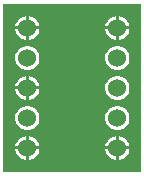
<source format=gbl>
G04*
G04 #@! TF.GenerationSoftware,Altium Limited,Altium Designer,22.9.1 (49)*
G04*
G04 Layer_Physical_Order=2*
G04 Layer_Color=16711680*
%FSLAX44Y44*%
%MOMM*%
G71*
G04*
G04 #@! TF.SameCoordinates,4D2C501F-B6D0-499F-BBB1-D8B4D61A6739*
G04*
G04*
G04 #@! TF.FilePolarity,Positive*
G04*
G01*
G75*
%ADD22C,1.5240*%
%ADD23C,0.6350*%
G36*
X121820Y5179D02*
X5179D01*
Y147220D01*
X121820D01*
Y5179D01*
D02*
G37*
%LPC*%
G36*
X102938Y137160D02*
X102870D01*
Y128270D01*
X111760D01*
Y128338D01*
X111068Y130922D01*
X109730Y133238D01*
X107838Y135130D01*
X105522Y136468D01*
X102938Y137160D01*
D02*
G37*
G36*
X26738D02*
X26670D01*
Y128270D01*
X35560D01*
Y128338D01*
X34868Y130922D01*
X33530Y133238D01*
X31638Y135130D01*
X29322Y136468D01*
X26738Y137160D01*
D02*
G37*
G36*
X100330D02*
X100262D01*
X97678Y136468D01*
X95362Y135130D01*
X93470Y133238D01*
X92132Y130922D01*
X91440Y128338D01*
Y128270D01*
X100330D01*
Y137160D01*
D02*
G37*
G36*
X24130D02*
X24062D01*
X21478Y136468D01*
X19162Y135130D01*
X17270Y133238D01*
X15932Y130922D01*
X15240Y128338D01*
Y128270D01*
X24130D01*
Y137160D01*
D02*
G37*
G36*
X111760Y125730D02*
X102870D01*
Y116840D01*
X102938D01*
X105522Y117532D01*
X107838Y118870D01*
X109730Y120762D01*
X111068Y123078D01*
X111760Y125662D01*
Y125730D01*
D02*
G37*
G36*
X100330D02*
X91440D01*
Y125662D01*
X92132Y123078D01*
X93470Y120762D01*
X95362Y118870D01*
X97678Y117532D01*
X100262Y116840D01*
X100330D01*
Y125730D01*
D02*
G37*
G36*
X35560D02*
X26670D01*
Y116840D01*
X26738D01*
X29322Y117532D01*
X31638Y118870D01*
X33530Y120762D01*
X34868Y123078D01*
X35560Y125662D01*
Y125730D01*
D02*
G37*
G36*
X24130D02*
X15240D01*
Y125662D01*
X15932Y123078D01*
X17270Y120762D01*
X19162Y118870D01*
X21478Y117532D01*
X24062Y116840D01*
X24130D01*
Y125730D01*
D02*
G37*
G36*
X102938Y111760D02*
X100262D01*
X97678Y111068D01*
X95362Y109730D01*
X93470Y107838D01*
X92132Y105522D01*
X91440Y102938D01*
Y100262D01*
X92132Y97678D01*
X93470Y95362D01*
X95362Y93470D01*
X97678Y92132D01*
X100262Y91440D01*
X102938D01*
X105522Y92132D01*
X107838Y93470D01*
X109730Y95362D01*
X111068Y97678D01*
X111760Y100262D01*
Y102938D01*
X111068Y105522D01*
X109730Y107838D01*
X107838Y109730D01*
X105522Y111068D01*
X102938Y111760D01*
D02*
G37*
G36*
X26738D02*
X24062D01*
X21478Y111068D01*
X19162Y109730D01*
X17270Y107838D01*
X15932Y105522D01*
X15240Y102938D01*
Y100262D01*
X15932Y97678D01*
X17270Y95362D01*
X19162Y93470D01*
X21478Y92132D01*
X24062Y91440D01*
X26738D01*
X29322Y92132D01*
X31638Y93470D01*
X33530Y95362D01*
X34868Y97678D01*
X35560Y100262D01*
Y102938D01*
X34868Y105522D01*
X33530Y107838D01*
X31638Y109730D01*
X29322Y111068D01*
X26738Y111760D01*
D02*
G37*
G36*
Y86360D02*
X26670D01*
Y77470D01*
X35560D01*
Y77538D01*
X34868Y80122D01*
X33530Y82438D01*
X31638Y84330D01*
X29322Y85668D01*
X26738Y86360D01*
D02*
G37*
G36*
X24130D02*
X24062D01*
X21478Y85668D01*
X19162Y84330D01*
X17270Y82438D01*
X15932Y80122D01*
X15240Y77538D01*
Y77470D01*
X24130D01*
Y86360D01*
D02*
G37*
G36*
X102938D02*
X100262D01*
X97678Y85668D01*
X95362Y84330D01*
X93470Y82438D01*
X92132Y80122D01*
X91440Y77538D01*
Y74862D01*
X92132Y72278D01*
X93470Y69962D01*
X95362Y68070D01*
X97678Y66732D01*
X100262Y66040D01*
X102938D01*
X105522Y66732D01*
X107838Y68070D01*
X109730Y69962D01*
X111068Y72278D01*
X111760Y74862D01*
Y77538D01*
X111068Y80122D01*
X109730Y82438D01*
X107838Y84330D01*
X105522Y85668D01*
X102938Y86360D01*
D02*
G37*
G36*
X35560Y74930D02*
X26670D01*
Y66040D01*
X26738D01*
X29322Y66732D01*
X31638Y68070D01*
X33530Y69962D01*
X34868Y72278D01*
X35560Y74862D01*
Y74930D01*
D02*
G37*
G36*
X24130D02*
X15240D01*
Y74862D01*
X15932Y72278D01*
X17270Y69962D01*
X19162Y68070D01*
X21478Y66732D01*
X24062Y66040D01*
X24130D01*
Y74930D01*
D02*
G37*
G36*
X102938Y60960D02*
X100262D01*
X97678Y60268D01*
X95362Y58930D01*
X93470Y57038D01*
X92132Y54722D01*
X91440Y52138D01*
Y49462D01*
X92132Y46878D01*
X93470Y44562D01*
X95362Y42670D01*
X97678Y41332D01*
X100262Y40640D01*
X102938D01*
X105522Y41332D01*
X107838Y42670D01*
X109730Y44562D01*
X111068Y46878D01*
X111760Y49462D01*
Y52138D01*
X111068Y54722D01*
X109730Y57038D01*
X107838Y58930D01*
X105522Y60268D01*
X102938Y60960D01*
D02*
G37*
G36*
X26738D02*
X24062D01*
X21478Y60268D01*
X19162Y58930D01*
X17270Y57038D01*
X15932Y54722D01*
X15240Y52138D01*
Y49462D01*
X15932Y46878D01*
X17270Y44562D01*
X19162Y42670D01*
X21478Y41332D01*
X24062Y40640D01*
X26738D01*
X29322Y41332D01*
X31638Y42670D01*
X33530Y44562D01*
X34868Y46878D01*
X35560Y49462D01*
Y52138D01*
X34868Y54722D01*
X33530Y57038D01*
X31638Y58930D01*
X29322Y60268D01*
X26738Y60960D01*
D02*
G37*
G36*
X102938Y35560D02*
X102870D01*
Y26670D01*
X111760D01*
Y26738D01*
X111068Y29322D01*
X109730Y31638D01*
X107838Y33530D01*
X105522Y34868D01*
X102938Y35560D01*
D02*
G37*
G36*
X26738D02*
X26670D01*
Y26670D01*
X35560D01*
Y26738D01*
X34868Y29322D01*
X33530Y31638D01*
X31638Y33530D01*
X29322Y34868D01*
X26738Y35560D01*
D02*
G37*
G36*
X100330D02*
X100262D01*
X97678Y34868D01*
X95362Y33530D01*
X93470Y31638D01*
X92132Y29322D01*
X91440Y26738D01*
Y26670D01*
X100330D01*
Y35560D01*
D02*
G37*
G36*
X24130D02*
X24062D01*
X21478Y34868D01*
X19162Y33530D01*
X17270Y31638D01*
X15932Y29322D01*
X15240Y26738D01*
Y26670D01*
X24130D01*
Y35560D01*
D02*
G37*
G36*
X111760Y24130D02*
X102870D01*
Y15240D01*
X102938D01*
X105522Y15932D01*
X107838Y17270D01*
X109730Y19162D01*
X111068Y21478D01*
X111760Y24062D01*
Y24130D01*
D02*
G37*
G36*
X100330D02*
X91440D01*
Y24062D01*
X92132Y21478D01*
X93470Y19162D01*
X95362Y17270D01*
X97678Y15932D01*
X100262Y15240D01*
X100330D01*
Y24130D01*
D02*
G37*
G36*
X35560D02*
X26670D01*
Y15240D01*
X26738D01*
X29322Y15932D01*
X31638Y17270D01*
X33530Y19162D01*
X34868Y21478D01*
X35560Y24062D01*
Y24130D01*
D02*
G37*
G36*
X24130D02*
X15240D01*
Y24062D01*
X15932Y21478D01*
X17270Y19162D01*
X19162Y17270D01*
X21478Y15932D01*
X24062Y15240D01*
X24130D01*
Y24130D01*
D02*
G37*
%LPD*%
D22*
X101600Y25400D02*
D03*
Y50800D02*
D03*
Y76200D02*
D03*
Y101600D02*
D03*
Y127000D02*
D03*
X25400Y25400D02*
D03*
Y50800D02*
D03*
Y76200D02*
D03*
Y101600D02*
D03*
Y127000D02*
D03*
D23*
X81200Y139700D02*
D03*
X43180Y76200D02*
D03*
M02*

</source>
